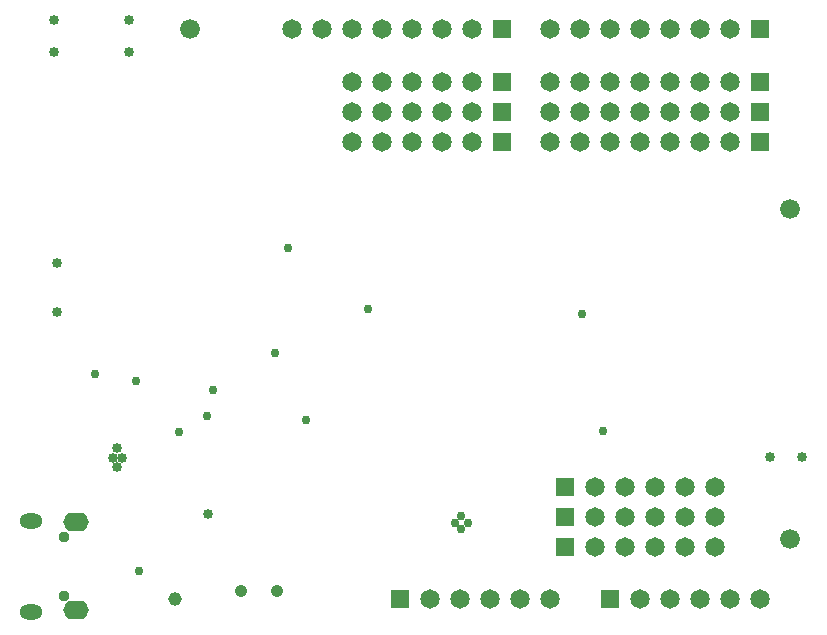
<source format=gbs>
G04*
G04 #@! TF.GenerationSoftware,Altium Limited,Altium Designer,18.0.12 (696)*
G04*
G04 Layer_Color=16711935*
%FSLAX44Y44*%
%MOMM*%
G71*
G01*
G75*
%ADD109R,1.6500X1.6500*%
%ADD110C,1.6500*%
%ADD111C,0.8500*%
%ADD112C,1.0500*%
%ADD113C,0.9500*%
%ADD114O,1.9500X1.3000*%
%ADD115O,2.1500X1.6000*%
%ADD116C,1.1500*%
%ADD117C,1.6740*%
%ADD118C,0.7500*%
D109*
X469900Y69850D02*
D03*
Y95250D02*
D03*
X635000Y463550D02*
D03*
Y438150D02*
D03*
X469900Y120650D02*
D03*
X635000Y412750D02*
D03*
X416560D02*
D03*
Y463550D02*
D03*
Y438150D02*
D03*
X635000Y508000D02*
D03*
X416560D02*
D03*
X508000Y25400D02*
D03*
X330200D02*
D03*
D110*
X495300Y69850D02*
D03*
X520700D02*
D03*
X546100D02*
D03*
X571500D02*
D03*
X596900D02*
D03*
Y95250D02*
D03*
X571500D02*
D03*
X546100D02*
D03*
X520700D02*
D03*
X495300D02*
D03*
X609600Y463550D02*
D03*
X584200D02*
D03*
X558800D02*
D03*
X482600D02*
D03*
X508000D02*
D03*
X533400D02*
D03*
X457200D02*
D03*
X609600Y438150D02*
D03*
X584200D02*
D03*
X558800D02*
D03*
X482600D02*
D03*
X508000D02*
D03*
X533400D02*
D03*
X457200D02*
D03*
X495300Y120650D02*
D03*
X520700D02*
D03*
X546100D02*
D03*
X571500D02*
D03*
X596900D02*
D03*
X609600Y412750D02*
D03*
X584200D02*
D03*
X558800D02*
D03*
X482600D02*
D03*
X508000D02*
D03*
X533400D02*
D03*
X457200D02*
D03*
X391160D02*
D03*
X365760D02*
D03*
X340360D02*
D03*
X314960D02*
D03*
X289560D02*
D03*
X391160Y463550D02*
D03*
X365760D02*
D03*
X340360D02*
D03*
X314960D02*
D03*
X289560D02*
D03*
Y438150D02*
D03*
X314960D02*
D03*
X340360D02*
D03*
X365760D02*
D03*
X391160D02*
D03*
X609600Y508000D02*
D03*
X584200D02*
D03*
X558800D02*
D03*
X533400D02*
D03*
X508000D02*
D03*
X457200D02*
D03*
X482600D02*
D03*
X391160D02*
D03*
X365760D02*
D03*
X340360D02*
D03*
X314960D02*
D03*
X289560D02*
D03*
X238760D02*
D03*
X264160D02*
D03*
X533400Y25400D02*
D03*
X558800D02*
D03*
X584200D02*
D03*
X609600D02*
D03*
X635000D02*
D03*
X355600D02*
D03*
X381000D02*
D03*
X406400D02*
D03*
X431800D02*
D03*
X457200D02*
D03*
D111*
X670750Y146000D02*
D03*
X643250D02*
D03*
X37000Y488250D02*
D03*
Y515750D02*
D03*
X101000Y488250D02*
D03*
Y515750D02*
D03*
X39500Y268250D02*
D03*
Y309750D02*
D03*
X87000Y145000D02*
D03*
X95000D02*
D03*
X91000Y137000D02*
D03*
Y153000D02*
D03*
X168000Y97000D02*
D03*
D112*
X226000Y32500D02*
D03*
X196000D02*
D03*
D113*
X45500Y28000D02*
D03*
Y78000D02*
D03*
D114*
X18000Y14250D02*
D03*
Y91750D02*
D03*
D115*
X56000Y15750D02*
D03*
Y90250D02*
D03*
D116*
X139700Y25400D02*
D03*
D117*
X152400Y508000D02*
D03*
X660400Y355600D02*
D03*
Y76200D02*
D03*
D118*
X143000Y167000D02*
D03*
X303000Y271000D02*
D03*
X484000Y267000D02*
D03*
X502000Y167679D02*
D03*
X109000Y49000D02*
D03*
X167000Y180000D02*
D03*
X172000Y202000D02*
D03*
X250350Y176650D02*
D03*
X107000Y210000D02*
D03*
X72000Y216000D02*
D03*
X224000Y233500D02*
D03*
X235735Y322999D02*
D03*
X382000Y84500D02*
D03*
X387500Y90000D02*
D03*
X376500D02*
D03*
X382000Y95500D02*
D03*
M02*

</source>
